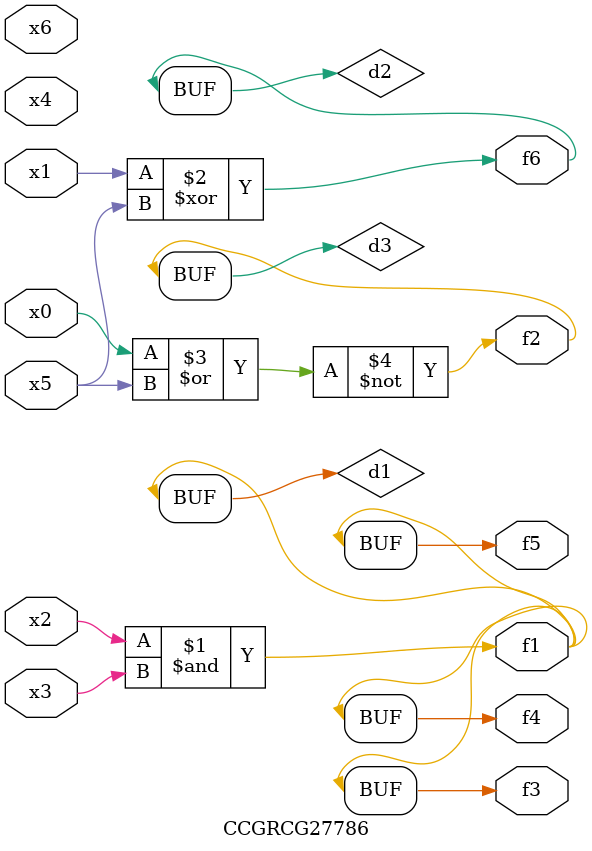
<source format=v>
module CCGRCG27786(
	input x0, x1, x2, x3, x4, x5, x6,
	output f1, f2, f3, f4, f5, f6
);

	wire d1, d2, d3;

	and (d1, x2, x3);
	xor (d2, x1, x5);
	nor (d3, x0, x5);
	assign f1 = d1;
	assign f2 = d3;
	assign f3 = d1;
	assign f4 = d1;
	assign f5 = d1;
	assign f6 = d2;
endmodule

</source>
